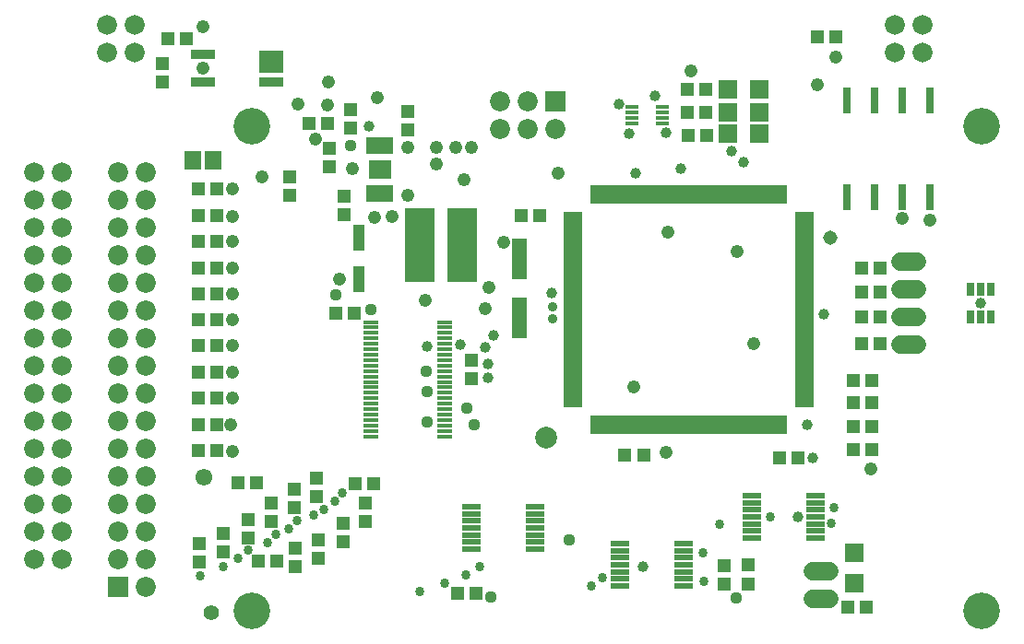
<source format=gts>
G75*
G70*
%OFA0B0*%
%FSLAX24Y24*%
%IPPOS*%
%LPD*%
%AMOC8*
5,1,8,0,0,1.08239X$1,22.5*
%
%ADD10C,0.1320*%
%ADD11R,0.0513X0.0474*%
%ADD12R,0.0474X0.0513*%
%ADD13R,0.0198X0.0710*%
%ADD14R,0.0710X0.0198*%
%ADD15C,0.0720*%
%ADD16R,0.0671X0.0671*%
%ADD17R,0.0592X0.0671*%
%ADD18R,0.0190X0.0640*%
%ADD19R,0.0820X0.0700*%
%ADD20C,0.0680*%
%ADD21R,0.0395X0.0974*%
%ADD22R,0.0867X0.0332*%
%ADD23R,0.0867X0.0836*%
%ADD24R,0.0500X0.0180*%
%ADD25R,0.0660X0.0220*%
%ADD26R,0.1084X0.2678*%
%ADD27R,0.0316X0.0946*%
%ADD28R,0.0726X0.0726*%
%ADD29C,0.0726*%
%ADD30R,0.0552X0.1458*%
%ADD31R,0.0722X0.0722*%
%ADD32C,0.0722*%
%ADD33R,0.0316X0.0513*%
%ADD34R,0.0572X0.0178*%
%ADD35C,0.0476*%
%ADD36C,0.0397*%
%ADD37C,0.0358*%
%ADD38C,0.0480*%
%ADD39C,0.0437*%
%ADD40C,0.0611*%
%ADD41C,0.0555*%
%ADD42C,0.0789*%
%ADD43C,0.0516*%
%ADD44C,0.0340*%
%ADD45C,0.0340*%
D10*
X027836Y010871D03*
X027836Y028391D03*
X054214Y028391D03*
X054214Y010871D03*
D11*
X047594Y016390D03*
X046924Y016390D03*
X042001Y016493D03*
X041331Y016493D03*
X035775Y019252D03*
X035775Y019921D03*
X030193Y015643D03*
X030193Y014973D03*
X029380Y015243D03*
X029380Y014573D03*
X028555Y014764D03*
X028555Y014094D03*
X027710Y014163D03*
X027710Y013494D03*
X026810Y013658D03*
X026810Y012989D03*
X025955Y013299D03*
X025955Y012630D03*
X029403Y012469D03*
X030233Y012764D03*
X030233Y013433D03*
X029403Y013138D03*
X031133Y013348D03*
X031133Y014017D03*
X031952Y014073D03*
X031952Y014742D03*
X035276Y011487D03*
X035945Y011487D03*
X031183Y025194D03*
X031183Y025864D03*
X030649Y026934D03*
X030649Y027603D03*
X031400Y028316D03*
X031400Y028985D03*
X029214Y026552D03*
X029214Y025883D03*
D12*
X026596Y026115D03*
X025927Y026115D03*
X025927Y025154D03*
X026596Y025154D03*
X026596Y024229D03*
X025927Y024229D03*
X025927Y023269D03*
X026596Y023269D03*
X026596Y022308D03*
X025927Y022308D03*
X025927Y021379D03*
X026596Y021379D03*
X026596Y020444D03*
X025927Y020444D03*
X025927Y019493D03*
X026596Y019493D03*
X026596Y018556D03*
X025927Y018556D03*
X025927Y017595D03*
X026596Y017595D03*
X026596Y016650D03*
X025927Y016650D03*
X027340Y015487D03*
X028010Y015487D03*
X031568Y015463D03*
X032238Y015463D03*
X028737Y012645D03*
X028068Y012645D03*
X030869Y021614D03*
X031538Y021614D03*
X037587Y025144D03*
X038256Y025144D03*
X033498Y028264D03*
X033498Y028933D03*
X030573Y028475D03*
X029904Y028475D03*
X025488Y031547D03*
X024819Y031547D03*
X024610Y030667D03*
X024610Y029997D03*
X043572Y029721D03*
X044242Y029721D03*
X044252Y028890D03*
X043583Y028890D03*
X043600Y028063D03*
X044270Y028063D03*
X048277Y031624D03*
X048947Y031624D03*
X049880Y023268D03*
X050549Y023268D03*
X050549Y022382D03*
X049880Y022382D03*
X049880Y021496D03*
X050549Y021496D03*
X050549Y020510D03*
X049880Y020510D03*
X049578Y019194D03*
X050247Y019194D03*
X050245Y018388D03*
X049575Y018388D03*
X049569Y017525D03*
X050238Y017525D03*
X050236Y016705D03*
X049567Y016705D03*
X045786Y012509D03*
X045786Y011839D03*
X044924Y011825D03*
X044924Y012494D03*
X049396Y010994D03*
X050065Y010994D03*
D13*
X047075Y017583D03*
X046879Y017583D03*
X046682Y017583D03*
X046485Y017583D03*
X046288Y017583D03*
X046091Y017583D03*
X045894Y017583D03*
X045697Y017583D03*
X045501Y017583D03*
X045304Y017583D03*
X045107Y017583D03*
X044910Y017583D03*
X044713Y017583D03*
X044516Y017583D03*
X044319Y017583D03*
X044123Y017583D03*
X043926Y017583D03*
X043729Y017583D03*
X043532Y017583D03*
X043335Y017583D03*
X043138Y017583D03*
X042942Y017583D03*
X042745Y017583D03*
X042548Y017583D03*
X042351Y017583D03*
X042154Y017583D03*
X041957Y017583D03*
X041760Y017583D03*
X041564Y017583D03*
X041367Y017583D03*
X041170Y017583D03*
X040973Y017583D03*
X040776Y017583D03*
X040579Y017583D03*
X040382Y017583D03*
X040186Y017583D03*
X040186Y025930D03*
X040382Y025930D03*
X040579Y025930D03*
X040776Y025930D03*
X040973Y025930D03*
X041170Y025930D03*
X041367Y025930D03*
X041564Y025930D03*
X041760Y025930D03*
X041957Y025930D03*
X042154Y025930D03*
X042351Y025930D03*
X042548Y025930D03*
X042745Y025930D03*
X042942Y025930D03*
X043138Y025930D03*
X043335Y025930D03*
X043532Y025930D03*
X043729Y025930D03*
X043926Y025930D03*
X044123Y025930D03*
X044319Y025930D03*
X044516Y025930D03*
X044713Y025930D03*
X044910Y025930D03*
X045107Y025930D03*
X045304Y025930D03*
X045501Y025930D03*
X045697Y025930D03*
X045894Y025930D03*
X046091Y025930D03*
X046288Y025930D03*
X046485Y025930D03*
X046682Y025930D03*
X046879Y025930D03*
X047075Y025930D03*
D14*
X047804Y025202D03*
X047804Y025005D03*
X047804Y024808D03*
X047804Y024611D03*
X047804Y024414D03*
X047804Y024217D03*
X047804Y024020D03*
X047804Y023824D03*
X047804Y023627D03*
X047804Y023430D03*
X047804Y023233D03*
X047804Y023036D03*
X047804Y022839D03*
X047804Y022643D03*
X047804Y022446D03*
X047804Y022249D03*
X047804Y022052D03*
X047804Y021855D03*
X047804Y021658D03*
X047804Y021461D03*
X047804Y021265D03*
X047804Y021068D03*
X047804Y020871D03*
X047804Y020674D03*
X047804Y020477D03*
X047804Y020280D03*
X047804Y020083D03*
X047804Y019887D03*
X047804Y019690D03*
X047804Y019493D03*
X047804Y019296D03*
X047804Y019099D03*
X047804Y018902D03*
X047804Y018706D03*
X047804Y018509D03*
X047804Y018312D03*
X039457Y018312D03*
X039457Y018509D03*
X039457Y018706D03*
X039457Y018902D03*
X039457Y019099D03*
X039457Y019296D03*
X039457Y019493D03*
X039457Y019690D03*
X039457Y019887D03*
X039457Y020083D03*
X039457Y020280D03*
X039457Y020477D03*
X039457Y020674D03*
X039457Y020871D03*
X039457Y021068D03*
X039457Y021265D03*
X039457Y021461D03*
X039457Y021658D03*
X039457Y021855D03*
X039457Y022052D03*
X039457Y022249D03*
X039457Y022446D03*
X039457Y022643D03*
X039457Y022839D03*
X039457Y023036D03*
X039457Y023233D03*
X039457Y023430D03*
X039457Y023627D03*
X039457Y023824D03*
X039457Y024020D03*
X039457Y024217D03*
X039457Y024414D03*
X039457Y024611D03*
X039457Y024808D03*
X039457Y025005D03*
X039457Y025202D03*
D15*
X019990Y012713D03*
X020990Y012713D03*
X020990Y013713D03*
X019990Y013713D03*
X019990Y014713D03*
X020990Y014713D03*
X020990Y015713D03*
X019990Y015713D03*
X019990Y016713D03*
X020990Y016713D03*
X020990Y017713D03*
X019990Y017713D03*
X019990Y018713D03*
X020990Y018713D03*
X020990Y019713D03*
X019990Y019713D03*
X019990Y020713D03*
X020990Y020713D03*
X020990Y021713D03*
X019990Y021713D03*
X019990Y022713D03*
X020990Y022713D03*
X020990Y023713D03*
X019990Y023713D03*
X019990Y024713D03*
X020990Y024713D03*
X020990Y025713D03*
X019990Y025713D03*
X019990Y026713D03*
X020990Y026713D03*
X022607Y031040D03*
X023607Y031040D03*
X023607Y032040D03*
X022607Y032040D03*
X051067Y032040D03*
X052067Y032040D03*
X052067Y031040D03*
X051067Y031040D03*
D16*
X046174Y029721D03*
X046174Y028890D03*
X046174Y028109D03*
X045054Y028109D03*
X045054Y028890D03*
X045054Y029721D03*
X049623Y012962D03*
X049623Y011842D03*
D17*
X026454Y027147D03*
X025706Y027147D03*
D18*
X032078Y027678D03*
X032268Y027678D03*
X032468Y027678D03*
X032668Y027678D03*
X032858Y027678D03*
X032858Y025958D03*
X032668Y025958D03*
X032468Y025958D03*
X032268Y025958D03*
X032078Y025958D03*
D19*
X032468Y026818D03*
D20*
X051293Y023488D02*
X051893Y023488D01*
X051893Y022488D02*
X051293Y022488D01*
X051293Y021488D02*
X051893Y021488D01*
X051893Y020488D02*
X051293Y020488D01*
X048715Y012287D02*
X048115Y012287D01*
X048115Y011287D02*
X048715Y011287D01*
D21*
X031718Y022868D03*
X031718Y024364D03*
D22*
X028554Y030002D03*
X026068Y030002D03*
X026068Y030986D03*
D23*
X028556Y030734D03*
D24*
X041567Y029094D03*
X041567Y028894D03*
X041567Y028694D03*
X041567Y028494D03*
X042687Y028494D03*
X042687Y028694D03*
X042687Y028894D03*
X042687Y029094D03*
D25*
X045916Y015028D03*
X045916Y014768D03*
X045916Y014518D03*
X045916Y014258D03*
X045916Y013998D03*
X045916Y013748D03*
X045916Y013488D03*
X048216Y013488D03*
X048216Y013748D03*
X048216Y013998D03*
X048216Y014258D03*
X048216Y014518D03*
X048216Y014768D03*
X048216Y015028D03*
X043460Y013290D03*
X043460Y013030D03*
X043460Y012780D03*
X043460Y012520D03*
X043460Y012260D03*
X043460Y012010D03*
X043460Y011750D03*
X041160Y011750D03*
X041160Y012010D03*
X041160Y012260D03*
X041160Y012520D03*
X041160Y012780D03*
X041160Y013030D03*
X041160Y013290D03*
X038089Y013349D03*
X038089Y013599D03*
X038089Y013859D03*
X038089Y014119D03*
X038089Y014369D03*
X038089Y014629D03*
X038089Y013089D03*
X035789Y013089D03*
X035789Y013349D03*
X035789Y013599D03*
X035789Y013859D03*
X035789Y014119D03*
X035789Y014369D03*
X035789Y014629D03*
D26*
X035464Y024079D03*
X033909Y024083D03*
D27*
X049354Y025829D03*
X050354Y025829D03*
X051354Y025829D03*
X052354Y025829D03*
X052354Y029329D03*
X051354Y029329D03*
X050354Y029329D03*
X049354Y029329D03*
D28*
X038817Y029292D03*
D29*
X037817Y029292D03*
X037817Y028292D03*
X038817Y028292D03*
X036817Y028292D03*
X036817Y029292D03*
D30*
X037518Y023605D03*
X037518Y021440D03*
D31*
X023006Y011717D03*
D32*
X024006Y011717D03*
X024006Y012717D03*
X023006Y012717D03*
X023006Y013717D03*
X024006Y013717D03*
X024006Y014717D03*
X023006Y014717D03*
X023006Y015717D03*
X024006Y015717D03*
X024006Y016717D03*
X023006Y016717D03*
X023006Y017717D03*
X024006Y017717D03*
X024006Y018717D03*
X023006Y018717D03*
X023006Y019717D03*
X024006Y019717D03*
X024006Y020717D03*
X023006Y020717D03*
X023006Y021717D03*
X024006Y021717D03*
X024006Y022717D03*
X023006Y022717D03*
X023006Y023717D03*
X024006Y023717D03*
X024006Y024717D03*
X023006Y024717D03*
X023006Y025717D03*
X024006Y025717D03*
X024006Y026717D03*
X023006Y026717D03*
D33*
X053801Y022479D03*
X054175Y022479D03*
X054549Y022479D03*
X054549Y021494D03*
X054175Y021494D03*
X053801Y021494D03*
D34*
X034804Y021304D03*
X034804Y021107D03*
X034804Y020910D03*
X034804Y020713D03*
X034804Y020516D03*
X034804Y020319D03*
X034804Y020122D03*
X034804Y019926D03*
X034804Y019729D03*
X034804Y019532D03*
X034804Y019335D03*
X034804Y019138D03*
X034804Y018941D03*
X034804Y018744D03*
X034804Y018548D03*
X034804Y018351D03*
X034804Y018154D03*
X034804Y017957D03*
X034804Y017760D03*
X034804Y017563D03*
X034804Y017367D03*
X034804Y017170D03*
X032146Y017170D03*
X032146Y017367D03*
X032146Y017563D03*
X032146Y017760D03*
X032146Y017957D03*
X032146Y018154D03*
X032146Y018351D03*
X032146Y018548D03*
X032146Y018744D03*
X032146Y018941D03*
X032146Y019138D03*
X032146Y019335D03*
X032146Y019532D03*
X032146Y019729D03*
X032146Y019926D03*
X032146Y020122D03*
X032146Y020319D03*
X032146Y020516D03*
X032146Y020713D03*
X032146Y020910D03*
X032146Y021107D03*
X032146Y021304D03*
D35*
X034125Y022087D03*
X036297Y021787D03*
X036416Y022562D03*
X036947Y024187D03*
X038925Y026687D03*
X042887Y024550D03*
X045387Y023850D03*
X045981Y020517D03*
X041650Y018942D03*
X042831Y016580D03*
X050225Y015987D03*
X052350Y024987D03*
X051350Y025062D03*
X048291Y029887D03*
X048941Y030887D03*
X043725Y030387D03*
X032901Y025131D03*
X032268Y025106D03*
X031025Y022862D03*
X027146Y023264D03*
X027146Y022308D03*
X027146Y021387D03*
X027146Y020452D03*
X027146Y019498D03*
X027146Y018553D03*
X027088Y017580D03*
X027146Y016639D03*
X027146Y024230D03*
X027146Y025127D03*
X027146Y026115D03*
X028230Y026548D03*
X030150Y027912D03*
X030575Y029162D03*
X030625Y029987D03*
X029525Y029187D03*
X032371Y029433D03*
X026075Y030487D03*
X026075Y031987D03*
D36*
X032071Y028376D03*
X038696Y022340D03*
X036590Y020817D03*
X036275Y020387D03*
X036389Y019788D03*
X036375Y019287D03*
X035375Y020487D03*
X034186Y020423D03*
X041725Y026687D03*
X043352Y026865D03*
X042828Y028153D03*
X041494Y028127D03*
X041100Y029184D03*
X042419Y029488D03*
X045175Y027487D03*
X045600Y027087D03*
X048525Y021587D03*
X047925Y017585D03*
X048125Y016387D03*
X047596Y014258D03*
X041991Y012446D03*
X054175Y021987D03*
D37*
X038702Y021843D03*
X038706Y021411D03*
D38*
X033496Y025905D03*
X034519Y027007D03*
X034519Y027637D03*
X035219Y027637D03*
X035794Y027632D03*
X035519Y026457D03*
X033496Y027637D03*
X031467Y026850D03*
D39*
X031424Y027684D03*
X030875Y022287D03*
X032153Y021746D03*
X034150Y019537D03*
X034175Y018787D03*
X034175Y017687D03*
X035625Y018187D03*
X035875Y017587D03*
X039317Y013430D03*
X036495Y011368D03*
X045356Y011313D03*
D40*
X026121Y015698D03*
D41*
X026375Y010787D03*
D42*
X038497Y017120D03*
D43*
X048734Y024344D03*
D44*
X048871Y014595D03*
X048792Y014011D03*
X046573Y014247D03*
X044765Y013975D03*
X044144Y012957D03*
X044174Y011914D03*
X040516Y012057D03*
X040122Y011761D03*
X036088Y012446D03*
X035596Y012150D03*
X034809Y011852D03*
X033923Y011558D03*
X030066Y014325D03*
X030453Y014522D03*
X030840Y014817D03*
X031128Y015111D03*
X029478Y014128D03*
X029191Y013833D03*
X028703Y013636D03*
X028416Y013339D03*
X027729Y013043D03*
X026826Y012456D03*
X025966Y012132D03*
D45*
X027341Y012747D03*
M02*

</source>
